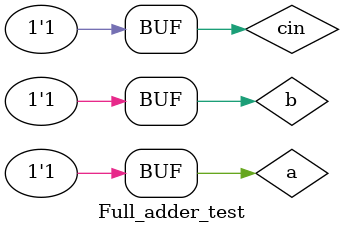
<source format=v>
module Full_adder_test;
  reg a,b,cin;
  wire sum,cout;
  Full_adder dut(a,b,cin,sum,cout);
  initial begin 
    a=1'b0;b=1'b0;cin=1'b0;
#5  a=1'b0;b=1'b0;cin=1'b1;
#5  a=1'b0;b=1'b1;cin=1'b0;
#5  a=1'b0;b=1'b1;cin=1'b1;
#5  a=1'b1;b=1'b0;cin=1'b0;
#5  a=1'b1;b=1'b0;cin=1'b1;
#5  a=1'b1;b=1'b1;cin=1'b0;
#5  a=1'b1;b=1'b1;cin=1'b1;
  end
  initial begin
    $monitor("sim time=%0t,a=%b,b=%b,cin=%b,sum=%b,cout=%b",$time,a,b,cin,sum,cout);
    $dumpfile("dump.vcd");
    $dumpvars(0,a,b,cin,sum,cout);
  end 
endmodule
</source>
